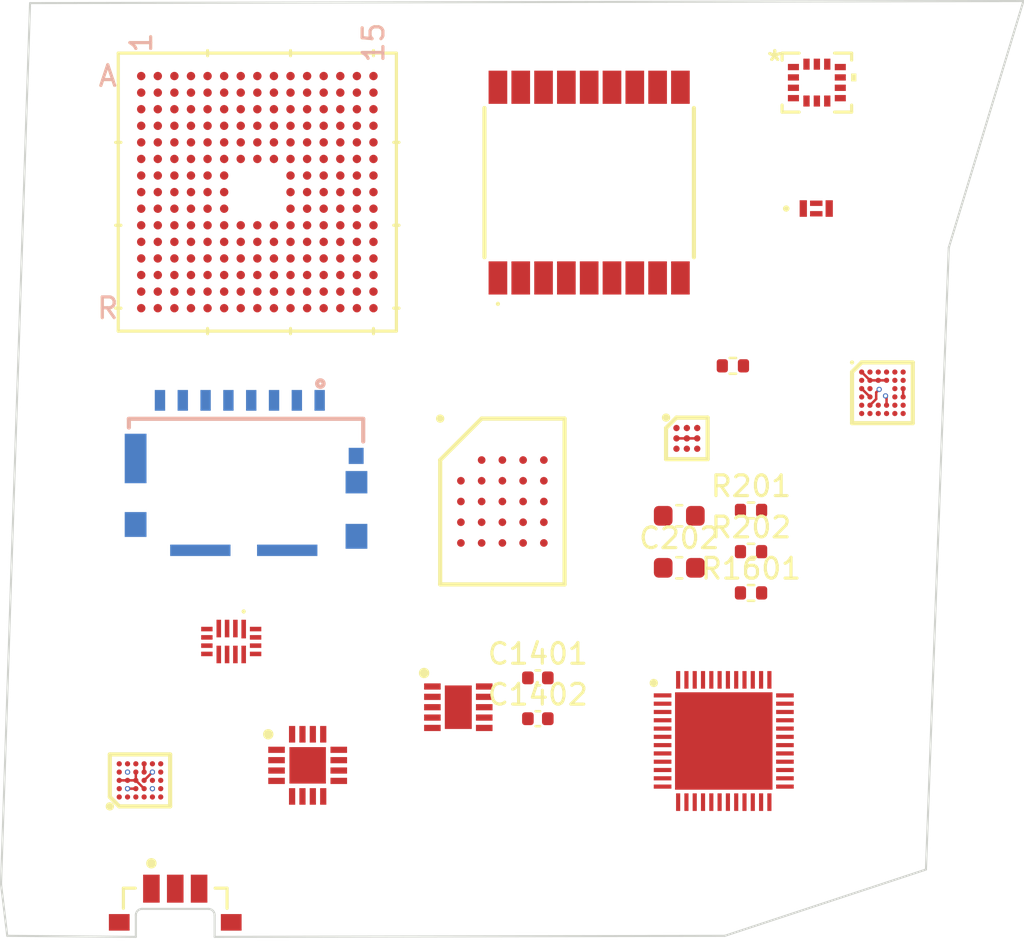
<source format=kicad_pcb>
(kicad_pcb (version 20221018) (generator pcbnew)
  (layers (0 "F.Cu" signal) (1 "In1.Cu" power) (2 "In2.Cu" signal) (3 "In3.Cu" power) (4 "In4.Cu" power) (5 "In5.Cu" signal) (6 "In6.Cu" power) (31 "B.Cu" signal) (34 "B.Paste" user) (35 "F.Paste" user) (36 "B.SilkS" user "B.Silkscreen") (37 "F.SilkS" user "F.Silkscreen") (38 "B.Mask" user) (39 "F.Mask" user) (44 "Edge.Cuts" user))
  (net 0 "")
  (net 5 "+VSYS")
  (net 6 "GND")
  (net 7 "+1V2")
  (net 8 "/Power/SWB_3V3")
  (net 9 "+3V3")
  (net 10 "/I2C4.SCL")
  (net 11 "/I2C4.SDA")
  (net 12 "/Power/SWA_3V3")
  (net 16 "+VBAT")
  (net 17 "+1V8")
  (net 19 "/Power/SW_1V8")
  (net 20 "/Power/PGD_1V2")
  (net 22 "/Button/BTN")
  (net 25 "VDD")
  (net 26 "VBUS")
  (net 27 "/Power/SW_1V2")
  (net 78 "/USART2.TX")
  (net 79 "/USART2.RX")
  (net 80 "/GNSS/PPS")
  (net 81 "/GNSS/WAKEUP")
  (net 85 "/GNSS/RST")
  (net 87 "/RF_1.575G")
  (net 94 "/GNSS/PRG")
  (net 116 "/OSPI1.CLKN")
  (net 117 "/OSPI1.CLKP")
  (net 119 "/OSPI1.CS")
  (net 120 "/OSPI1.DQS")
  (net 121 "/OSPI1.IO2")
  (net 123 "/OSPI1.IO1")
  (net 124 "/OSPI1.IO0")
  (net 125 "/OSPI1.IO3")
  (net 126 "/OSPI1.IO4")
  (net 127 "/OSPI1.IO7")
  (net 128 "/OSPI1.IO6")
  (net 129 "/OSPI1.IO5")
  (net 130 "/Micro SD/CD")
  (net 131 "/Micro SD/DAT2")
  (net 132 "/Micro SD/DAT3")
  (net 133 "/Micro SD/CMD")
  (net 134 "/Micro SD/CLK")
  (net 135 "/Micro SD/DAT0")
  (net 136 "/Micro SD/DAT1")
  (net 138 "+4V6")
  (net 140 "/Display Power/CTRL")
  (net 141 "-2V2")
  (net 205 "Net-(U801C-VDD11DSI)")
  (net 219 "/DSI.D0P")
  (net 220 "/DSI.D0N")
  (net 227 "/DSI.CKP")
  (net 233 "/DSI.CKN")
  (net 239 "/DSI.D1N")
  (net 240 "/DSI.D1P")
  (net 251 "+3V3A")
  (net 311 "/SPI3.MISO")
  (net 312 "/IMU/IMU_INT1")
  (net 313 "/IMU/IMU_INT2")
  (net 316 "/SPI3.CS")
  (net 317 "/SPI3.SCK")
  (net 318 "/SPI3.MOSI")
  (net 319 "/QSPI1.CS")
  (net 320 "/QSPI1.SCK")
  (net 321 "/QSPI1.IO3")
  (net 322 "/QSPI1.IO0")
  (net 323 "/QSPI1.IO2")
  (net 324 "/QSPI1.IO1")
  (net 325 "/FPGA/CDONE")
  (net 326 "/FPGA/CRESET_B")
  (net 328 "/FPGA/INT")
  (net 329 "/QSPI2.SCK")
  (net 330 "/QSPI2.CS")
  (net 331 "/FPGA/OLED_EN")
  (net 332 "/QSPI2.IO2")
  (net 333 "/QSPI2.IO3")
  (net 334 "/QSPI2.IO1")
  (net 335 "/QSPI2.IO0")
  (net 336 "/Power/VID_1V2")
  (net 337 "/SDMMC1.D2")
  (net 338 "/SDMMC1.D3")
  (net 339 "/SDMMC1.D0")
  (net 340 "/SDMMC1.D1")
  (net 341 "/SDMMC1.CK")
  (net 342 "/SDMMC1.CKIN")
  (net 343 "/SDMMC1.CMD")
  (net 344 "/Power/INT")
  (net 345 "/Power/THR")
  (footprint "Resistor_SMD:R_0402_1005Metric" (layer "F.Cu") (at 180.865 91.365)
    (fp_text reference "R202")
    (fp_text value "11k8")
  )
  (footprint "watch_footprints:SON50P250X250X80-11N-D" (layer "F.Cu") (at 166.75 98.87)
    (fp_text reference "IC1401" hide)
    (fp_text value "TPS65631WDSKR" hide)
  )
  (footprint "Capacitor_SMD:C_0402_1005Metric" (layer "F.Cu") (at 170.585 99.425)
    (fp_text reference "C1402")
    (fp_text value "100nF")
  )
  (footprint "Capacitor_SMD:C_0402_1005Metric" (layer "F.Cu") (at 170.585 97.455)
    (fp_text reference "C1401")
    (fp_text value "100nF")
  )
  (footprint "Resistor_SMD:R_0402_1005Metric" (layer "F.Cu") (at 180.865 93.355)
    (fp_text reference "R1601")
    (fp_text value "10k")
  )
  (footprint "watch_footprints:LGA14_LSM6_STM" (layer "F.Cu") (at 184.0396 68.7356)
    (fp_text reference "U1301" hide)
    (fp_text value "LSM6DSO16IS")
  )
  (footprint "watch_footprints:NVT4858HKZ" (layer "F.Cu") (at 155.8 95.7 -90)
    (fp_text reference "IC1002" hide)
    (fp_text value "NVT4858HKZ" hide)
  )
  (footprint "watch_footprints:ADP5360ACBZ1R7" (layer "F.Cu") (at 187.2 83.7)
    (fp_text reference "IC201" hide)
    (fp_text value "ADP5360ACBZ-2-R7" hide)
  )
  (footprint "watch_footprints:QFN40P600X600X95-49N-D" (layer "F.Cu") (at 179.55 100.5)
    (fp_text reference "IC301" hide)
    (fp_text value "nRF52840-QFAA-F-R7" hide)
  )
  (footprint "Capacitor_SMD:C_0603_1608Metric" (layer "F.Cu") (at 177.405 92.145)
    (fp_text reference "C202")
    (fp_text value "10u")
  )
  (footprint "watch_footprints:BGA9C50P3X3_165X187X66" (layer "F.Cu") (at 177.77 85.9)
    (fp_text reference "IC202" hide)
    (fp_text value "ADP5301ACBZ-2-R7" hide)
  )
  (footprint "Resistor_SMD:R_0402_1005Metric" (layer "F.Cu") (at 180.865 89.375)
    (fp_text reference "R201")
    (fp_text value "1M")
  )
  (footprint "watch_footprints:TFBGA216_13X13_STM" (layer "F.Cu") (at 157.0588 74.0188)
    (fp_text reference "U801" hide)
    (fp_text value "STM32U5A9NJH6Q")
  )
  (footprint "watch_footprints:TESEOLIV4FTR" (layer "F.Cu") (at 173.06 73.56)
    (fp_text reference "IC401" hide)
    (fp_text value "TESEO-LIV4FTR" hide)
  )
  (footprint "watch_footprints:Panasonic-EVP-AEJB2A-MFG" (layer "F.Cu") (at 153.1 109)
    (fp_text reference "SW1501" hide)
    (fp_text value "EVP-AEJB2A" hide)
    (fp_line (start -1.9 -0.1) (end -1.9 0.95) (stroke (width 0.1)) (layer "Edge.Cuts"))
    (fp_line (start -1.6 -0.4) (end 1.6 -0.4) (stroke (width 0.1)) (layer "Edge.Cuts"))
    (fp_line (start 1.9 -0.1) (end 1.9 0.95) (stroke (width 0.1)) (layer "Edge.Cuts"))
    (fp_arc (start -1.9 -0.1) (mid -1.812132 -0.312132) (end -1.6 -0.4) (stroke (width 0.1)) (layer "Edge.Cuts"))
    (fp_arc (start 1.6 -0.4) (mid 1.812132 -0.312132) (end 1.9 -0.1) (stroke (width 0.1)) (layer "Edge.Cuts"))
  )
  (footprint "Capacitor_SMD:C_0603_1608Metric" (layer "F.Cu") (at 177.405 89.635)
    (fp_text reference "C201" hide)
    (fp_text value "10u")
  )
  (footprint "watch_footprints:BGA30C40P5X6_211X254X60" (layer "F.Cu") (at 151.4 102.4 90)
    (fp_text reference "IC1201" hide)
    (fp_text value "ICE40UP5K-UWG30ITR1K" hide)
  )
  (footprint "watch_footprints:BGA24C100P5X5_600X800X100" (layer "F.Cu") (at 168.875 88.945)
    (fp_text reference "IC1001" hide)
    (fp_text value "S26HS512TGABHI000" hide)
  )
  (footprint "watch_footprints:QFN50P300X300X80-17N-D" (layer "F.Cu") (at 159.485 101.675)
    (fp_text reference "IC901" hide)
    (fp_text value "TLV9004SIRTER" hide)
  )
  (footprint "watch_footprints:ANT161575TT3000A1" (layer "F.Cu") (at 184.01 74.81)
    (fp_text reference "ANT1601" hide)
    (fp_text value "ANT161575TT-3000A1" hide)
  )
  (footprint "Resistor_SMD:R_0402_1005Metric" (layer "F.Cu") (at 179.99 82.4)
    (fp_text reference "R1602" hide)
    (fp_text value "100k")
  )
  (footprint "watch_footprints:105162-0001" (layer "B.Cu") (at 156.514 91.405)
    (fp_text reference "J1101" hide)
    (fp_text value "105162-0001" hide)
  )
  (gr_line (start 145 109.9) (end 144.7 107.4) (stroke (width 0.1)) (layer "Edge.Cuts"))
  (gr_line (start 179.6 109.9) (end 189.3 106.7) (stroke (width 0.1)) (layer "Edge.Cuts"))
  (gr_line (start 146.1 64.9) (end 144.7 107.4) (stroke (width 0.1)) (layer "Edge.Cuts"))
  (gr_line (start 189.3 106.7) (end 190.4 76.7) (stroke (width 0.1)) (layer "Edge.Cuts"))
  (gr_line (start 190.4 76.7) (end 194 64.8) (stroke (width 0.1)) (layer "Edge.Cuts"))
  (gr_line (start 194 64.8) (end 146.1 64.9) (stroke (width 0.1)) (layer "Edge.Cuts"))
  (gr_line (start 155 109.95) (end 179.6 109.9) (stroke (width 0.1)) (layer "Edge.Cuts"))
  (gr_line (start 151.2 109.95) (end 145 109.9) (stroke (width 0.1)) (layer "Edge.Cuts"))
  (segment (start 186.6 83.9) (end 186.2 83.5) (width 0.12) (layer "F.Cu") (net 5))
  (segment (start 177.27 85.9) (end 177.77 85.9) (width 0.12) (layer "F.Cu") (net 6))
  (segment (start 187.4 83.1) (end 187 83.1) (width 0.12) (layer "F.Cu") (net 6))
  (segment (start 186.2 82.7) (end 186.6 83.1) (width 0.12) (layer "F.Cu") (net 6))
  (segment (start 178.27 85.9) (end 177.77 85.9) (width 0.12) (layer "F.Cu") (net 6))
  (segment (start 186.6 83.1) (end 187 83.1) (width 0.12) (layer "F.Cu") (net 6))
  (via (at 152 102.8) (size 0.25) (drill 0.15) (layers "F.Cu" "B.Cu") (net 6))
  (via (at 150.8 102) (size 0.25) (drill 0.15) (layers "F.Cu" "B.Cu") (net 6))
  (segment (start 151.2 102.8) (end 150.8 102.8) (width 0.12) (layer "F.Cu") (net 7))
  (via (at 150.8 102.8) (size 0.25) (drill 0.15) (layers "F.Cu" "B.Cu") (net 7))
  (segment (start 151.6 102) (end 151.6 101.6) (width 0.12) (layer "F.Cu") (net 9))
  (segment (start 188.2 83.9) (end 188.2 83.5) (width 0.12) (layer "F.Cu") (net 16))
  (segment (start 151.2 102.4) (end 150.8 102.4) (width 0.12) (layer "F.Cu") (net 17))
  (segment (start 151.2 102) (end 151.2 102.4) (width 0.12) (layer "F.Cu") (net 17))
  (segment (start 151.6 102.8) (end 151.2 102.4) (width 0.12) (layer "F.Cu") (net 17))
  (segment (start 150.8 102.4) (end 150.4 102.4) (width 0.12) (layer "F.Cu") (net 17))
  (segment (start 186.9 83.681101) (end 187.044705 83.536396) (width 0.12) (layer "F.Cu") (net 20))
  (segment (start 186.6 84.3) (end 186.9 84) (width 0.12) (layer "F.Cu") (net 20))
  (segment (start 186.9 84) (end 186.9 83.681101) (width 0.12) (layer "F.Cu") (net 20))
  (via (at 187.044705 83.536396) (size 0.25) (drill 0.15) (layers "F.Cu" "B.Cu") (net 20))
  (segment (start 187.4 83.9) (end 187.35 83.85) (width 0.12) (layer "F.Cu") (net 22))
  (segment (start 187.4 84.3) (end 187.4 83.9) (width 0.12) (layer "F.Cu") (net 22))
  (via (at 187.35 83.85) (size 0.25) (drill 0.15) (layers "F.Cu" "B.Cu") (net 22))
  (segment (start 151.6 102.4) (end 152 102) (width 0.12) (layer "F.Cu") (net 325))
  (via (at 152 102) (size 0.25) (drill 0.15) (layers "F.Cu" "B.Cu") (net 325))
)
</source>
